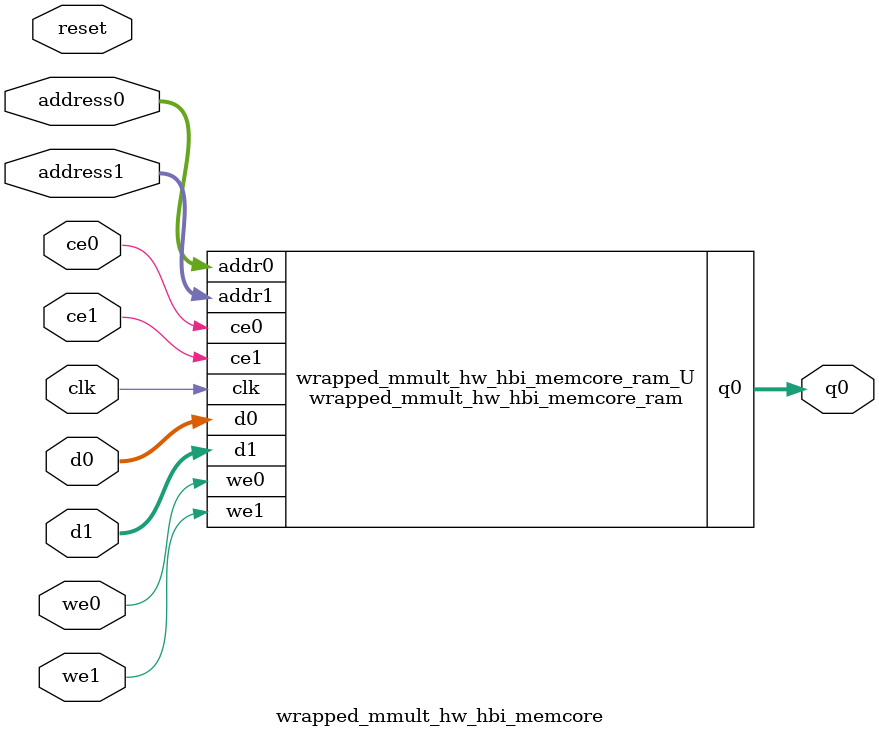
<source format=v>

`timescale 1 ns / 1 ps
module wrapped_mmult_hw_hbi_memcore_ram (addr0, ce0, d0, we0, q0, addr1, ce1, d1, we1,  clk);

parameter DWIDTH = 32;
parameter AWIDTH = 3;
parameter MEM_SIZE = 8;

input[AWIDTH-1:0] addr0;
input ce0;
input[DWIDTH-1:0] d0;
input we0;
output reg[DWIDTH-1:0] q0;
input[AWIDTH-1:0] addr1;
input ce1;
input[DWIDTH-1:0] d1;
input we1;
input clk;

(* ram_style = "block" *)reg [DWIDTH-1:0] ram[0:MEM_SIZE-1];




always @(posedge clk)  
begin 
    if (ce0) 
    begin
        if (we0) 
        begin 
            ram[addr0] <= d0; 
            q0 <= d0;
        end 
        else 
            q0 <= ram[addr0];
    end
end


always @(posedge clk)  
begin 
    if (ce1) 
    begin
        if (we1) 
        begin 
            ram[addr1] <= d1; 
        end 
    end
end


endmodule


`timescale 1 ns / 1 ps
module wrapped_mmult_hw_hbi_memcore(
    reset,
    clk,
    address0,
    ce0,
    we0,
    d0,
    q0,
    address1,
    ce1,
    we1,
    d1);

parameter DataWidth = 32'd32;
parameter AddressRange = 32'd8;
parameter AddressWidth = 32'd3;
input reset;
input clk;
input[AddressWidth - 1:0] address0;
input ce0;
input we0;
input[DataWidth - 1:0] d0;
output[DataWidth - 1:0] q0;
input[AddressWidth - 1:0] address1;
input ce1;
input we1;
input[DataWidth - 1:0] d1;



wrapped_mmult_hw_hbi_memcore_ram wrapped_mmult_hw_hbi_memcore_ram_U(
    .clk( clk ),
    .addr0( address0 ),
    .ce0( ce0 ),
    .d0( d0 ),
    .we0( we0 ),
    .q0( q0 ),
    .addr1( address1 ),
    .ce1( ce1 ),
    .d1( d1 ),
    .we1( we1 ));

endmodule


</source>
